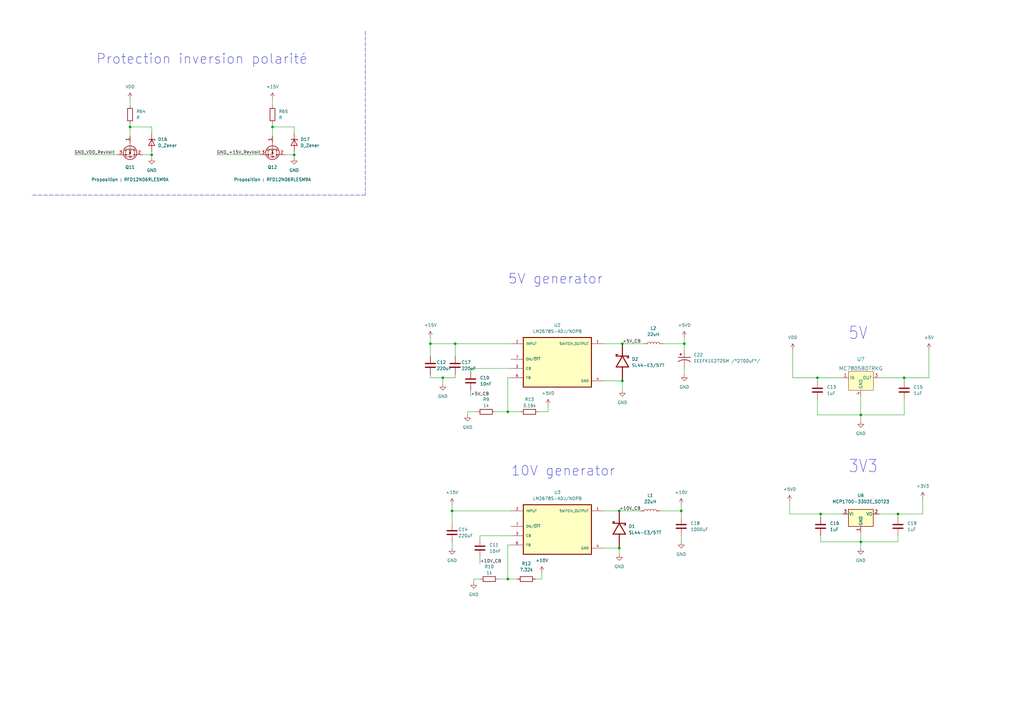
<source format=kicad_sch>
(kicad_sch (version 20211123) (generator eeschema)
  (paper "A3")
  (title_block (title "Carte Actionneur") (date "2022-03-20") (rev "V4.1") (company "AstroMonkeys"))
  (lib_symbols
    (symbol "Device:C" (pin_numbers hide) (pin_names (offset 0.254))
      (property "Reference" "C" (at 0.635 2.54 0))
      (property "Value" "C" (at 0.635 -2.54 0))
      (symbol "C_0_1"
        (polyline (pts (xy -2.032 -0.762) (xy 2.032 -0.762)) (stroke (width 0.508)))
        (polyline (pts (xy -2.032 0.762) (xy 2.032 0.762)) (stroke (width 0.508)))
      )
      (symbol "C_1_1"
        (pin passive line (at 0 3.81 270) (length 2.794) (name "~") (number "1"))
        (pin passive line (at 0 -3.81 90) (length 2.794) (name "~") (number "2"))
      )
    )
    (symbol "Device:D_Zener" (pin_numbers hide) (pin_names (offset 1.016) hide)
      (property "Reference" "D" (at 0 2.54 0))
      (property "Value" "D_Zener" (at 0 -2.54 0))
      (symbol "D_Zener_0_1"
        (polyline (pts (xy 1.27 0) (xy -1.27 0)))
        (polyline (pts (xy -1.27 -1.27) (xy -1.27 1.27) (xy -0.762 1.27)) (stroke (width 0.254)))
        (polyline (pts (xy 1.27 -1.27) (xy 1.27 1.27) (xy -1.27 0) (xy 1.27 -1.27)) (stroke (width 0.254)))
      )
      (symbol "D_Zener_1_1"
        (pin passive line (at -3.81 0 0) (length 2.54) (name "K") (number "1"))
        (pin passive line (at 3.81 0 180) (length 2.54) (name "A") (number "2"))
      )
    )
    (symbol "Device:L" (pin_numbers hide) (pin_names (offset 1.016) hide)
      (property "Reference" "L" (at -1.27 0 90))
      (property "Value" "L" (at 1.905 0 90))
      (symbol "L_0_1"
        (arc (start 0 -2.54) (mid 0.635 -1.905) (end 0 -1.27))
        (arc (start 0 -1.27) (mid 0.635 -0.635) (end 0 0))
        (arc (start 0 0) (mid 0.635 0.635) (end 0 1.27))
        (arc (start 0 1.27) (mid 0.635 1.905) (end 0 2.54))
      )
      (symbol "L_1_1"
        (pin passive line (at 0 3.81 270) (length 1.27) (name "1") (number "1"))
        (pin passive line (at 0 -3.81 90) (length 1.27) (name "2") (number "2"))
      )
    )
    (symbol "Device:R" (pin_numbers hide) (pin_names (offset 0))
      (property "Reference" "R" (at 2.032 0 90))
      (property "Value" "R" (at 0 0 90))
      (symbol "R_0_1"
        (rectangle (start -1.016 -2.54) (end 1.016 2.54) (stroke (width 0.254)))
      )
      (symbol "R_1_1"
        (pin passive line (at 0 3.81 270) (length 1.27) (name "~") (number "1"))
        (pin passive line (at 0 -3.81 90) (length 1.27) (name "~") (number "2"))
      )
    )
    (symbol "EEEFK1E272SM:EEEFK1E272SM" (pin_numbers hide) (pin_names (offset 1.016) hide)
      (property "Reference" "C" (at -2.54 3.81 0))
      (property "Value" "EEEFK1E272SM" (at -2.54 -5.08 0))
      (symbol "EEEFK1E272SM_0_0"
        (rectangle (start -1.1684 -1.524) (end -0.2794 -1.397) (fill (type outline)))
        (rectangle (start -0.7874 -1.905) (end -0.6604 -1.016) (fill (type outline)))
        (polyline (pts (xy 0 0) (xy 0.508 0)) (stroke (width 0.1524)))
        (polyline (pts (xy 0.508 0) (xy 0.508 -2.54)) (stroke (width 0.254)))
        (polyline (pts (xy 0.508 2.54) (xy 0.508 0)) (stroke (width 0.254)))
        (polyline (pts (xy 2.54 0) (xy 1.524 0)) (stroke (width 0.1524)))
        (arc (start 2.286 2.54) (mid 1.486 0) (end 2.286 -2.54) (stroke (width 0.254)))
        (pin passive line (at -2.54 0 0) (length 2.54) (name "~") (number "1"))
        (pin passive line (at 5.08 0 180) (length 2.54) (name "~") (number "2"))
      )
    )
    (symbol "LM2678S-ADJ_NOPB:LM2678S-ADJ{slash}NOPB" (pin_names (offset 1.016))
      (property "Reference" "U" (at -10.16 11.1506 0))
      (property "Value" "LM2678S-ADJ{slash}NOPB" (at -17.78 -14.1478 0))
      (symbol "LM2678S-ADJ{slash}NOPB_0_0"
        (rectangle (start -10.16 10.16) (end 17.78 -10.16) (stroke (width 0.4064)) (fill (type background)))
        (pin output line (at 22.86 7.62 180) (length 5.08) (name "SWITCH_OUTPUT") (number "1"))
        (pin input line (at -15.24 7.62 0) (length 5.08) (name "INPUT") (number "2"))
        (pin bidirectional line (at -15.24 -2.54 0) (length 5.08) (name "CB") (number "3"))
        (pin power_in line (at 22.86 -7.62 180) (length 5.08) (name "GND") (number "4"))
        (pin input line (at -15.24 -6.35 0) (length 5.08) (name "FB") (number "6"))
        (pin input line (at -15.24 1.27 0) (length 5.08) (name "ON/~{OFF}") (number "7"))
      )
    )
    (symbol "Regulator_Linear:MCP1700-3302E_SOT23" (pin_names (offset 0.254))
      (property "Reference" "U" (at -3.81 3.175 0))
      (property "Value" "MCP1700-3302E_SOT23" (at 0 3.175 0))
      (symbol "MCP1700-3302E_SOT23_0_1"
        (rectangle (start -5.08 1.905) (end 5.08 -5.08) (stroke (width 0.254)) (fill (type background)))
      )
      (symbol "MCP1700-3302E_SOT23_1_1"
        (pin power_in line (at 0 -7.62 90) (length 2.54) (name "GND") (number "1"))
        (pin power_out line (at 7.62 0 180) (length 2.54) (name "VO") (number "2"))
        (pin power_in line (at -7.62 0 0) (length 2.54) (name "VI") (number "3"))
      )
    )
    (symbol "SL44-E3_57T:SL44-E3{slash}57T" (pin_numbers hide) (pin_names (offset 1.016) hide)
      (property "Reference" "D" (at -10.16 5.08 0))
      (property "Value" "SL44-E3{slash}57T" (at -10.1854 -7.6454 0))
      (symbol "SL44-E3{slash}57T_0_0"
        (polyline (pts (xy -7.62 0) (xy -1.905 0)) (stroke (width 0.4064)))
        (polyline (pts (xy -1.905 -2.54) (xy 2.54 0)) (stroke (width 0.4064)))
        (polyline (pts (xy -1.905 0) (xy -1.905 -2.54)) (stroke (width 0.4064)))
        (polyline (pts (xy -1.905 0) (xy -1.905 2.54)) (stroke (width 0.4064)))
        (polyline (pts (xy -1.905 2.54) (xy 2.54 0)) (stroke (width 0.4064)))
        (polyline (pts (xy 1.905 -2.54) (xy 1.905 -1.905)) (stroke (width 0.4064)))
        (polyline (pts (xy 2.54 -2.54) (xy 1.905 -2.54)) (stroke (width 0.4064)))
        (polyline (pts (xy 2.54 0) (xy 2.54 -2.54)) (stroke (width 0.4064)))
        (polyline (pts (xy 2.54 0) (xy 2.54 2.54)) (stroke (width 0.4064)))
        (polyline (pts (xy 2.54 0) (xy 7.62 0)) (stroke (width 0.4064)))
        (polyline (pts (xy 3.175 1.905) (xy 3.175 2.54)) (stroke (width 0.4064)))
        (polyline (pts (xy 3.175 2.54) (xy 2.54 2.54)) (stroke (width 0.4064)))
        (pin passive line (at -7.62 0 0) (length 5.08) (name "~") (number "A"))
        (pin passive line (at 7.62 0 180) (length 5.08) (name "~") (number "C"))
      )
    )
    (symbol "Transistor_FET:IRFS4127" (pin_names hide)
      (property "Reference" "Q" (at 5.08 1.905 0))
      (property "Value" "IRFS4127" (at 5.08 0 0))
      (symbol "IRFS4127_0_1"
        (polyline (pts (xy 0.254 0) (xy -2.54 0)))
        (polyline (pts (xy 0.254 1.905) (xy 0.254 -1.905)) (stroke (width 0.254)))
        (polyline (pts (xy 0.762 -1.27) (xy 0.762 -2.286)) (stroke (width 0.254)))
        (polyline (pts (xy 0.762 0.508) (xy 0.762 -0.508)) (stroke (width 0.254)))
        (polyline (pts (xy 0.762 2.286) (xy 0.762 1.27)) (stroke (width 0.254)))
        (polyline (pts (xy 2.54 2.54) (xy 2.54 1.778)))
        (polyline (pts (xy 2.54 -2.54) (xy 2.54 0) (xy 0.762 0)))
        (polyline (pts (xy 0.762 -1.778) (xy 3.302 -1.778) (xy 3.302 1.778) (xy 0.762 1.778)))
        (polyline (pts (xy 1.016 0) (xy 2.032 0.381) (xy 2.032 -0.381) (xy 1.016 0)) (fill (type outline)))
        (polyline (pts (xy 2.794 0.508) (xy 2.921 0.381) (xy 3.683 0.381) (xy 3.81 0.254)))
        (polyline (pts (xy 3.302 0.381) (xy 2.921 -0.254) (xy 3.683 -0.254) (xy 3.302 0.381)))
        (circle (center 1.651 0) (radius 2.794) (stroke (width 0.254)))
        (circle (center 2.54 -1.778) (radius 0.254) (fill (type outline)))
        (circle (center 2.54 1.778) (radius 0.254) (fill (type outline)))
      )
      (symbol "IRFS4127_1_1"
        (pin passive line (at -5.08 0 0) (length 2.54) (name "G") (number "1"))
        (pin passive line (at 2.54 5.08 270) (length 2.54) (name "D") (number "2"))
        (pin passive line (at 2.54 -5.08 90) (length 2.54) (name "S") (number "3"))
      )
    )
    (symbol "dk_PMIC-Voltage-Regulators-Linear:MC7805BDTRKG"
      (property "Reference" "U" (at 0 3.81 0))
      (property "Value" "MC7805BDTRKG" (at 0 6.35 0))
      (symbol "MC7805BDTRKG_0_1"
        (rectangle (start -5.08 2.54) (end 5.08 -5.08) (fill (type background)))
      )
      (symbol "MC7805BDTRKG_1_1"
        (pin input line (at -7.62 0 0) (length 2.54) (name "IN") (number "1"))
        (pin output line (at 7.62 0 180) (length 2.54) (name "OUT") (number "3"))
        (pin power_in line (at 0 -7.62 90) (length 2.54) (name "GND") (number "4"))
      )
    )
    (symbol "power:+10V" (power) (pin_names (offset 0))
      (property "Value" "+10V" (at 0 3.556 0))
      (symbol "+10V_0_1"
        (polyline (pts (xy -0.762 1.27) (xy 0 2.54)))
        (polyline (pts (xy 0 0) (xy 0 2.54)))
        (polyline (pts (xy 0 2.54) (xy 0.762 1.27)))
      )
      (symbol "+10V_1_1"
        (pin power_in line (at 0 0 90) (length 0) hide (name "+10V") (number "1"))
      )
    )
    (symbol "power:+15V" (power) (pin_names (offset 0))
      (property "Value" "+15V" (at 0 3.556 0))
      (symbol "+15V_0_1"
        (polyline (pts (xy -0.762 1.27) (xy 0 2.54)))
        (polyline (pts (xy 0 0) (xy 0 2.54)))
        (polyline (pts (xy 0 2.54) (xy 0.762 1.27)))
      )
      (symbol "+15V_1_1"
        (pin power_in line (at 0 0 90) (length 0) hide (name "+15V") (number "1"))
      )
    )
    (symbol "power:+3.3V" (power) (pin_names (offset 0))
      (property "Value" "+3.3V" (at 0 3.556 0))
      (symbol "+3.3V_0_1"
        (polyline (pts (xy -0.762 1.27) (xy 0 2.54)))
        (polyline (pts (xy 0 0) (xy 0 2.54)))
        (polyline (pts (xy 0 2.54) (xy 0.762 1.27)))
      )
      (symbol "+3.3V_1_1"
        (pin power_in line (at 0 0 90) (length 0) hide (name "+3V3") (number "1"))
      )
    )
    (symbol "power:+5V" (power) (pin_names (offset 0))
      (property "Value" "+5V" (at 0 3.556 0))
      (symbol "+5V_0_1"
        (polyline (pts (xy -0.762 1.27) (xy 0 2.54)))
        (polyline (pts (xy 0 0) (xy 0 2.54)))
        (polyline (pts (xy 0 2.54) (xy 0.762 1.27)))
      )
      (symbol "+5V_1_1"
        (pin power_in line (at 0 0 90) (length 0) hide (name "+5V") (number "1"))
      )
    )
    (symbol "power:+5VD" (power) (pin_names (offset 0))
      (property "Value" "+5VD" (at 0 3.556 0))
      (symbol "+5VD_0_1"
        (polyline (pts (xy -0.762 1.27) (xy 0 2.54)))
        (polyline (pts (xy 0 0) (xy 0 2.54)))
        (polyline (pts (xy 0 2.54) (xy 0.762 1.27)))
      )
      (symbol "+5VD_1_1"
        (pin power_in line (at 0 0 90) (length 0) hide (name "+5VD") (number "1"))
      )
    )
    (symbol "power:GND" (power) (pin_names (offset 0))
      (property "Value" "GND" (at 0 -3.81 0))
      (symbol "GND_0_1"
        (polyline (pts (xy 0 0) (xy 0 -1.27) (xy 1.27 -1.27) (xy 0 -2.54) (xy -1.27 -1.27) (xy 0 -1.27)))
      )
      (symbol "GND_1_1"
        (pin power_in line (at 0 0 270) (length 0) hide (name "GND") (number "1"))
      )
    )
    (symbol "power:VDD" (power) (pin_names (offset 0))
      (property "Value" "VDD" (at 0 3.81 0))
      (symbol "VDD_0_1"
        (polyline (pts (xy -0.762 1.27) (xy 0 2.54)))
        (polyline (pts (xy 0 0) (xy 0 2.54)))
        (polyline (pts (xy 0 2.54) (xy 0.762 1.27)))
      )
      (symbol "VDD_1_1"
        (pin power_in line (at 0 0 90) (length 0) hide (name "VDD") (number "1"))
      )
    )
  )
  (junction (at 255.27 156.21))
  (junction (at 368.3 210.82))
  (junction (at 208.28 237.49))
  (junction (at 255.27 140.97))
  (junction (at 279.4 209.55))
  (junction (at 185.42 209.55))
  (junction (at 111.76 52.07))
  (junction (at 370.84 154.94))
  (junction (at 335.28 154.94))
  (junction (at 353.06 222.25))
  (junction (at 120.65 63.5))
  (junction (at 280.67 140.97))
  (junction (at 353.06 170.18))
  (junction (at 53.34 52.07))
  (junction (at 186.69 140.97))
  (junction (at 336.55 210.82))
  (junction (at 176.53 140.97))
  (junction (at 208.28 168.91))
  (junction (at 254 224.79))
  (junction (at 181.61 154.94))
  (junction (at 254 209.55))
  (junction (at 62.23 63.5))
  (wire (pts (xy 111.76 52.07) (xy 111.76 55.88)))
  (wire (pts (xy 247.65 209.55) (xy 254 209.55)))
  (wire (pts (xy 270.51 209.55) (xy 279.4 209.55)))
  (wire (pts (xy 370.84 170.18) (xy 353.06 170.18)))
  (wire (pts (xy 378.46 204.47) (xy 378.46 210.82)))
  (wire (pts (xy 111.76 40.64) (xy 111.76 43.18)))
  (wire (pts (xy 336.55 219.71) (xy 336.55 222.25)))
  (wire (pts (xy 222.25 237.49) (xy 222.25 234.95)))
  (wire (pts (xy 336.55 210.82) (xy 345.44 210.82)))
  (wire (pts (xy 280.67 140.97) (xy 280.67 143.51)))
  (wire (pts (xy 247.65 224.79) (xy 254 224.79)))
  (wire (pts (xy 353.06 218.44) (xy 353.06 222.25)))
  (wire (pts (xy 353.06 170.18) (xy 353.06 172.72)))
  (wire (pts (xy 191.77 168.91) (xy 195.58 168.91)))
  (wire (pts (xy 193.04 160.02) (xy 193.04 162.56)))
  (wire (pts (xy 255.27 156.21) (xy 255.27 160.02)))
  (wire (pts (xy 280.67 151.13) (xy 280.67 153.67)))
  (wire (pts (xy 255.27 140.97) (xy 264.16 140.97)))
  (wire (pts (xy 353.06 222.25) (xy 353.06 224.79)))
  (wire (pts (xy 335.28 156.21) (xy 335.28 154.94)))
  (wire (pts (xy 224.79 166.37) (xy 224.79 168.91)))
  (wire (pts (xy 53.34 52.07) (xy 62.23 52.07)))
  (wire (pts (xy 53.34 40.64) (xy 53.34 43.18)))
  (wire (pts (xy 279.4 219.71) (xy 279.4 222.25)))
  (wire (pts (xy 120.65 63.5) (xy 120.65 64.77)))
  (wire (pts (xy 208.28 223.52) (xy 208.28 237.49)))
  (wire (pts (xy 368.3 222.25) (xy 353.06 222.25)))
  (wire (pts (xy 381 154.94) (xy 370.84 154.94)))
  (wire (pts (xy 209.55 223.52) (xy 208.28 223.52)))
  (wire (pts (xy 186.69 153.67) (xy 186.69 154.94)))
  (wire (pts (xy 323.85 210.82) (xy 336.55 210.82)))
  (wire (pts (xy 247.65 140.97) (xy 255.27 140.97)))
  (polyline (pts (xy 149.86 80.01) (xy 12.7 80.01)))
  (wire (pts (xy 335.28 170.18) (xy 353.06 170.18)))
  (wire (pts (xy 111.76 50.8) (xy 111.76 52.07)))
  (wire (pts (xy 111.76 52.07) (xy 120.65 52.07)))
  (wire (pts (xy 176.53 146.05) (xy 176.53 140.97)))
  (wire (pts (xy 116.84 63.5) (xy 120.65 63.5)))
  (wire (pts (xy 378.46 210.82) (xy 368.3 210.82)))
  (wire (pts (xy 203.2 168.91) (xy 208.28 168.91)))
  (wire (pts (xy 62.23 63.5) (xy 62.23 64.77)))
  (wire (pts (xy 176.53 138.43) (xy 176.53 140.97)))
  (wire (pts (xy 204.47 237.49) (xy 208.28 237.49)))
  (wire (pts (xy 120.65 54.61) (xy 120.65 52.07)))
  (wire (pts (xy 176.53 153.67) (xy 176.53 154.94)))
  (wire (pts (xy 247.65 156.21) (xy 255.27 156.21)))
  (wire (pts (xy 58.42 63.5) (xy 62.23 63.5)))
  (wire (pts (xy 279.4 209.55) (xy 279.4 212.09)))
  (wire (pts (xy 325.12 143.51) (xy 325.12 154.94)))
  (wire (pts (xy 271.78 140.97) (xy 280.67 140.97)))
  (wire (pts (xy 53.34 50.8) (xy 53.34 52.07)))
  (wire (pts (xy 208.28 237.49) (xy 212.09 237.49)))
  (wire (pts (xy 194.31 237.49) (xy 194.31 238.76)))
  (wire (pts (xy 381 143.51) (xy 381 154.94)))
  (wire (pts (xy 336.55 212.09) (xy 336.55 210.82)))
  (wire (pts (xy 254 209.55) (xy 262.89 209.55)))
  (wire (pts (xy 219.71 237.49) (xy 222.25 237.49)))
  (wire (pts (xy 209.55 154.94) (xy 208.28 154.94)))
  (wire (pts (xy 193.04 151.13) (xy 193.04 152.4)))
  (wire (pts (xy 370.84 156.21) (xy 370.84 154.94)))
  (wire (pts (xy 88.9 63.5) (xy 106.68 63.5)))
  (wire (pts (xy 186.69 140.97) (xy 186.69 146.05)))
  (wire (pts (xy 196.85 237.49) (xy 194.31 237.49)))
  (wire (pts (xy 185.42 209.55) (xy 185.42 214.63)))
  (wire (pts (xy 181.61 154.94) (xy 176.53 154.94)))
  (wire (pts (xy 208.28 168.91) (xy 213.36 168.91)))
  (wire (pts (xy 62.23 63.5) (xy 62.23 62.23)))
  (wire (pts (xy 335.28 163.83) (xy 335.28 170.18)))
  (wire (pts (xy 176.53 140.97) (xy 186.69 140.97)))
  (wire (pts (xy 53.34 52.07) (xy 53.34 55.88)))
  (wire (pts (xy 368.3 212.09) (xy 368.3 210.82)))
  (wire (pts (xy 186.69 154.94) (xy 181.61 154.94)))
  (wire (pts (xy 191.77 168.91) (xy 191.77 170.18)))
  (wire (pts (xy 30.48 63.5) (xy 48.26 63.5)))
  (wire (pts (xy 280.67 138.43) (xy 280.67 140.97)))
  (wire (pts (xy 360.68 210.82) (xy 368.3 210.82)))
  (wire (pts (xy 62.23 54.61) (xy 62.23 52.07)))
  (wire (pts (xy 220.98 168.91) (xy 224.79 168.91)))
  (wire (pts (xy 368.3 219.71) (xy 368.3 222.25)))
  (wire (pts (xy 279.4 207.01) (xy 279.4 209.55)))
  (wire (pts (xy 185.42 222.25) (xy 185.42 224.79)))
  (wire (pts (xy 336.55 222.25) (xy 353.06 222.25)))
  (wire (pts (xy 196.85 228.6) (xy 196.85 231.14)))
  (wire (pts (xy 186.69 140.97) (xy 209.55 140.97)))
  (wire (pts (xy 360.68 154.94) (xy 370.84 154.94)))
  (wire (pts (xy 335.28 154.94) (xy 345.44 154.94)))
  (wire (pts (xy 120.65 63.5) (xy 120.65 62.23)))
  (wire (pts (xy 209.55 209.55) (xy 185.42 209.55)))
  (wire (pts (xy 325.12 154.94) (xy 335.28 154.94)))
  (wire (pts (xy 181.61 154.94) (xy 181.61 157.48)))
  (wire (pts (xy 196.85 220.98) (xy 196.85 219.71)))
  (wire (pts (xy 208.28 154.94) (xy 208.28 168.91)))
  (wire (pts (xy 353.06 162.56) (xy 353.06 170.18)))
  (wire (pts (xy 370.84 163.83) (xy 370.84 170.18)))
  (polyline (pts (xy 149.86 12.7) (xy 149.86 80.01)))
  (wire (pts (xy 185.42 207.01) (xy 185.42 209.55)))
  (wire (pts (xy 254 224.79) (xy 254 227.33)))
  (wire (pts (xy 209.55 151.13) (xy 193.04 151.13)))
  (wire (pts (xy 196.85 219.71) (xy 209.55 219.71)))
  (wire (pts (xy 323.85 205.74) (xy 323.85 210.82)))
  (text "10V generator\n" (at 209.55 195.58 0) (effects (font (size 4 4)) (justify left bottom)))
  (text "5V" (at 347.98 139.7 180) (effects (font (size 5.08 4.318)) (justify left bottom)))
  (text "3V3" (at 347.98 194.31 180) (effects (font (size 5.08 4.318)) (justify left bottom)))
  (text "Protection inversion polarité\n" (at 39.37 26.67 180) (effects (font (size 4 4)) (justify left bottom)))
  (text "5V generator\n" (at 208.28 116.84 0) (effects (font (size 4 4)) (justify left bottom)))
  (label "GND_+15V_RevVolt" (at 88.9 63.5 0))
  (label "GND_VDD_RevVolt" (at 30.48 63.5 0))
  (label "+5V_CB" (at 255.27 140.97 0))
  (label "+10V_CB" (at 254 209.55 0))
  (label "+5V_CB" (at 193.04 162.56 0))
  (label "+10V_CB" (at 196.85 231.14 0))
  (symbol (lib_id "power:GND") (at 353.06 172.72 0) (unit 1)
    (property "Reference" "#PWR010" (effects hide))
    (property "Value" "GND" (at 353.06 177.8 0))
  )
  (symbol (lib_id "power:+5VD") (at 280.67 138.43 0) (unit 1)
    (property "Reference" "#PWR0116" (effects hide))
    (property "Value" "+5VD" (at 280.67 133.35 0))
  )
  (symbol (lib_id "Device:C") (at 279.4 215.9 0) (unit 1)
    (property "Reference" "C18" (at 283.21 214.6299 0) (effects (justify left)))
    (property "Value" "1000uF" (at 283.21 217.1699 0) (effects (justify left)))
    (property "Footprint" "Capacitor_SMD:C_Elec_8x10.2" (effects hide))
  )
  (symbol (lib_id "power:+3.3V") (at 378.46 204.47 0) (unit 1)
    (property "Reference" "#PWR0113" (effects hide))
    (property "Value" "+3.3V" (at 378.46 199.39 0))
  )
  (symbol (lib_id "Device:L") (at 266.7 209.55 90) (unit 1)
    (property "Reference" "L1" (at 266.7 203.2 90))
    (property "Value" "22uH" (at 266.7 205.74 90))
    (property "Footprint" "Inductor_SMD:L_12x12mm_H8mm" (effects hide))
    (property "Ref" "744770122" (effects hide))
  )
  (symbol (lib_id "power:GND") (at 254 227.33 0) (unit 1)
    (property "Reference" "#PWR05" (effects hide))
    (property "Value" "GND" (at 254 232.41 0))
  )
  (symbol (lib_id "power:GND") (at 191.77 170.18 0) (unit 1)
    (property "Reference" "#PWR03" (effects hide))
    (property "Value" "GND" (at 191.77 175.26 0))
  )
  (symbol (lib_id "Device:C") (at 186.69 149.86 0) (unit 1)
    (property "Reference" "C17" (at 189.23 148.59 0) (effects (justify left)))
    (property "Value" "220uF" (at 189.23 151.13 0) (effects (justify left)))
    (property "Footprint" "Capacitor_SMD:C_Elec_6.3x7.7" (effects hide))
  )
  (symbol (lib_id "power:+10V") (at 279.4 207.01 0) (unit 1)
    (property "Reference" "#PWR0117" (effects hide))
    (property "Value" "+10V" (at 279.4 201.93 0))
  )
  (symbol (lib_id "Device:C") (at 370.84 160.02 0) (unit 1)
    (property "Reference" "C15" (at 374.65 158.7499 0) (effects (justify left)))
    (property "Value" "1uF" (at 374.65 161.2899 0) (effects (justify left)))
    (property "Footprint" "Capacitor_SMD:C_0805_2012Metric" (effects hide))
  )
  (symbol (lib_id "power:+10V") (at 222.25 234.95 0) (unit 1)
    (property "Reference" "#PWR0114" (effects hide))
    (property "Value" "+10V" (at 222.25 229.87 0))
  )
  (symbol (lib_id "power:+15V") (at 111.76 40.64 0) (unit 1)
    (property "Reference" "#PWR0170" (effects hide))
    (property "Value" "+15V" (at 111.76 35.56 0))
  )
  (symbol (lib_id "Regulator_Linear:MCP1700-3302E_SOT23") (at 353.06 210.82 0) (unit 1)
    (property "Reference" "U6" (at 353.06 203.2 0))
    (property "Value" "MCP1700-3302E_SOT23" (at 353.06 205.74 0))
    (property "Footprint" "Package_TO_SOT_SMD:SOT-23" (effects hide))
    (property "Datasheet" "http://ww1.microchip.com/downloads/en/DeviceDoc/20001826D.pdf" (effects hide))
  )
  (symbol (lib_id "Device:C") (at 185.42 218.44 0) (unit 1)
    (property "Reference" "C14" (at 187.96 217.17 0) (effects (justify left)))
    (property "Value" "220uF" (at 187.96 219.71 0) (effects (justify left)))
    (property "Footprint" "Capacitor_SMD:C_Elec_6.3x7.7" (effects hide))
  )
  (symbol (lib_id "LM2678S-ADJ_NOPB:LM2678S-ADJ{slash}NOPB") (at 224.79 217.17 0) (unit 1)
    (property "Reference" "U3" (at 228.6 201.93 0))
    (property "Value" "LM2678S-ADJ/NOPB" (at 228.6 204.47 0))
    (property "Footprint" "TO127P1435X464-8N" (effects hide))
  )
  (symbol (lib_id "Device:C") (at 196.85 224.79 0) (unit 1)
    (property "Reference" "C11" (at 200.66 223.5199 0) (effects (justify left)))
    (property "Value" "10nF" (at 200.66 226.0599 0) (effects (justify left)))
    (property "Footprint" "Capacitor_SMD:C_0805_2012Metric" (effects hide))
  )
  (symbol (lib_id "power:GND") (at 194.31 238.76 0) (unit 1)
    (property "Reference" "#PWR04" (effects hide))
    (property "Value" "GND" (at 194.31 243.84 0))
  )
  (symbol (lib_id "Device:C") (at 193.04 156.21 0) (unit 1)
    (property "Reference" "C10" (at 196.85 154.9399 0) (effects (justify left)))
    (property "Value" "10nF" (at 196.85 157.4799 0) (effects (justify left)))
    (property "Footprint" "Capacitor_SMD:C_0805_2012Metric" (effects hide))
  )
  (symbol (lib_id "Device:C") (at 368.3 215.9 0) (unit 1)
    (property "Reference" "C19" (at 372.11 214.6299 0) (effects (justify left)))
    (property "Value" "1uF" (at 372.11 217.1699 0) (effects (justify left)))
    (property "Footprint" "Capacitor_SMD:C_0805_2012Metric" (effects hide))
  )
  (symbol (lib_id "power:+15V") (at 185.42 207.01 0) (unit 1)
    (property "Reference" "#PWR0115" (effects hide))
    (property "Value" "+15V" (at 185.42 201.93 0))
  )
  (symbol (lib_id "power:GND") (at 120.65 64.77 0) (unit 1)
    (property "Reference" "#PWR0168" (effects hide))
    (property "Value" "GND" (at 120.65 69.85 0))
  )
  (symbol (lib_id "power:GND") (at 255.27 160.02 0) (unit 1)
    (property "Reference" "#PWR06" (effects hide))
    (property "Value" "GND" (at 255.27 165.1 0))
  )
  (symbol (lib_id "Transistor_FET:IRFS4127") (at 111.76 60.96 270) (unit 1)
    (property "Reference" "Q12" (at 111.76 68.58 90))
    (property "Value" "Proposition : RFD12N06RLESM9A" (at 111.76 73.66 90))
    (property "Footprint" "Package_TO_SOT_SMD:TO-263-2" (effects hide))
    (property "Datasheet" "https://www.infineon.com/dgdl/irfs4127pbf.pdf?fileId=5546d462533600a401535636ee7b2192" (effects hide))
  )
  (symbol (lib_id "power:GND") (at 62.23 64.77 0) (unit 1)
    (property "Reference" "#PWR0167" (effects hide))
    (property "Value" "GND" (at 62.23 69.85 0))
  )
  (symbol (lib_id "power:GND") (at 280.67 153.67 0) (unit 1)
    (property "Reference" "#PWR08" (effects hide))
    (property "Value" "GND" (at 280.67 158.75 0))
  )
  (symbol (lib_id "Device:L") (at 267.97 140.97 90) (unit 1)
    (property "Reference" "L2" (at 267.97 134.62 90))
    (property "Value" "22uH" (at 267.97 137.16 90))
    (property "Footprint" "Inductor_SMD:L_12x12mm_H8mm" (effects hide))
    (property "Ref" "744770122" (effects hide))
  )
  (symbol (lib_id "Device:R") (at 111.76 46.99 0) (unit 1)
    (property "Reference" "R65" (at 114.3 45.7199 0) (effects (justify left)))
    (property "Value" "R" (at 114.3 48.2599 0) (effects (justify left)))
    (property "Footprint" "Resistor_SMD:R_0805_2012Metric" (effects hide))
  )
  (symbol (lib_id "power:VDD") (at 53.34 40.64 0) (unit 1)
    (property "Reference" "#PWR0169" (effects hide))
    (property "Value" "VDD" (at 53.34 35.56 0))
  )
  (symbol (lib_id "power:+5VD") (at 323.85 205.74 0) (unit 1)
    (property "Reference" "#PWR0178" (effects hide))
    (property "Value" "+5VD" (at 323.85 200.66 0))
  )
  (symbol (lib_id "power:+5VD") (at 224.79 166.37 0) (unit 1)
    (property "Reference" "#PWR0111" (effects hide))
    (property "Value" "+5VD" (at 224.79 161.29 0))
  )
  (symbol (lib_id "LM2678S-ADJ_NOPB:LM2678S-ADJ{slash}NOPB") (at 224.79 148.59 0) (unit 1)
    (property "Reference" "U2" (at 228.6 133.35 0))
    (property "Value" "LM2678S-ADJ/NOPB" (at 228.6 135.89 0))
    (property "Footprint" "TO127P1435X464-8N" (effects hide))
  )
  (symbol (lib_id "Device:C") (at 335.28 160.02 0) (unit 1)
    (property "Reference" "C13" (at 339.09 158.7499 0) (effects (justify left)))
    (property "Value" "1uF" (at 339.09 161.2899 0) (effects (justify left)))
    (property "Footprint" "Capacitor_SMD:C_0805_2012Metric" (effects hide))
  )
  (symbol (lib_id "power:VDD") (at 325.12 143.51 0) (unit 1)
    (property "Reference" "#PWR09" (effects hide))
    (property "Value" "VDD" (at 325.12 138.43 0))
  )
  (symbol (lib_id "Device:D_Zener") (at 120.65 58.42 270) (unit 1)
    (property "Reference" "D17" (at 123.19 57.1499 90) (effects (justify left)))
    (property "Value" "D_Zener" (at 123.19 59.6899 90) (effects (justify left)))
    (property "Footprint" "Diode_SMD:D_SMA" (effects hide))
  )
  (symbol (lib_id "SL44-E3_57T:SL44-E3{slash}57T") (at 254 217.17 90) (unit 1)
    (property "Reference" "D1" (at 257.81 215.8999 90) (effects (justify right)))
    (property "Value" "SL44-E3/57T" (at 257.81 218.4399 90) (effects (justify right)))
    (property "Footprint" "DIOM7959X262N" (effects hide))
  )
  (symbol (lib_id "dk_PMIC-Voltage-Regulators-Linear:MC7805BDTRKG") (at 353.06 154.94 0) (unit 1)
    (property "Reference" "U7" (at 353.06 147.32 0) (effects (font (size 1.524 1.524))))
    (property "Value" "MC7805BDTRKG" (at 353.06 151.13 0) (effects (font (size 1.524 1.524))))
    (property "Footprint" "digikey-footprints:TO-252-3" (effects hide))
    (property "Datasheet" "http://www.onsemi.com/pub/Collateral/MC7800-D.PDF" (effects hide))
    (property "Digi-Key_PN" "MC7805BDTRKGOSCT-ND" (effects hide))
    (property "MPN" "MC7805BDTRKG" (effects hide))
    (property "Category" "Integrated Circuits (ICs)" (effects hide))
    (property "Family" "PMIC - Voltage Regulators - Linear" (effects hide))
    (property "DK_Datasheet_Link" "http://www.onsemi.com/pub/Collateral/MC7800-D.PDF" (effects hide))
    (property "DK_Detail_Page" "/product-detail/en/on-semiconductor/MC7805BDTRKG/MC7805BDTRKGOSCT-ND/1139742" (effects hide))
    (property "Description" "IC REG LINEAR 5V 1A DPAK" (effects hide))
    (property "Manufacturer" "ON Semiconductor" (effects hide))
    (property "Status" "Active" (effects hide))
  )
  (symbol (lib_id "Device:R") (at 53.34 46.99 0) (unit 1)
    (property "Reference" "R64" (at 55.88 45.7199 0) (effects (justify left)))
    (property "Value" "R" (at 55.88 48.2599 0) (effects (justify left)))
    (property "Footprint" "Resistor_SMD:R_0805_2012Metric" (effects hide))
  )
  (symbol (lib_id "Device:R") (at 199.39 168.91 90) (unit 1)
    (property "Reference" "R9" (at 199.39 163.83 90))
    (property "Value" "1k" (at 199.39 166.37 90))
    (property "Footprint" "Resistor_SMD:R_0805_2012Metric" (effects hide))
  )
  (symbol (lib_id "power:+5V") (at 381 143.51 0) (unit 1)
    (property "Reference" "#PWR012" (effects hide))
    (property "Value" "+5V" (at 381 138.43 0))
  )
  (symbol (lib_id "Device:R") (at 200.66 237.49 90) (unit 1)
    (property "Reference" "R10" (at 200.66 232.41 90))
    (property "Value" "1k" (at 200.66 234.95 90))
    (property "Footprint" "Resistor_SMD:R_0805_2012Metric" (effects hide))
  )
  (symbol (lib_id "SL44-E3_57T:SL44-E3{slash}57T") (at 255.27 148.59 90) (unit 1)
    (property "Reference" "D2" (at 259.08 147.3199 90) (effects (justify right)))
    (property "Value" "SL44-E3/57T" (at 259.08 149.8599 90) (effects (justify right)))
    (property "Footprint" "DIOM7959X262N" (effects hide))
  )
  (symbol (lib_id "power:+15V") (at 176.53 138.43 0) (unit 1)
    (property "Reference" "#PWR0112" (effects hide))
    (property "Value" "+15V" (at 176.53 133.35 0))
  )
  (symbol (lib_id "EEEFK1E272SM:EEEFK1E272SM") (at 280.67 146.05 270) (unit 1)
    (property "Reference" "C22" (at 284.48 145.5038 90) (effects (justify left)))
    (property "Value" "EEEFK1E272SM /*2700uF*/" (at 284.48 148.0438 90) (effects (justify left)))
    (property "Footprint" "CAP_EEEFK1E272SM" (effects hide))
    (property "Datasheet" "https://industrial.panasonic.com/cdbs/www-data/pdf/RDE0000/ABA0000C1247.pdf" (effects hide))
    (property "MANUFACTURER" "Panasonic" (effects hide))
    (property "PARTREV" "10-Oct-19" (effects hide))
    (property "MAXIMUM_PACKAGE_HEIGHT" "16.5mm" (effects hide))
    (property "STANDARD" "Manufacturer Recommendations" (effects hide))
  )
  (symbol (lib_id "Device:R") (at 215.9 237.49 90) (unit 1)
    (property "Reference" "R12" (at 215.9 231.14 90))
    (property "Value" "7.32k" (at 215.9 233.68 90))
    (property "Footprint" "Resistor_SMD:R_0805_2012Metric" (effects hide))
  )
  (symbol (lib_id "power:GND") (at 185.42 224.79 0) (unit 1)
    (property "Reference" "#PWR02" (effects hide))
    (property "Value" "GND" (at 185.42 229.87 0))
  )
  (symbol (lib_id "Device:R") (at 217.17 168.91 90) (unit 1)
    (property "Reference" "R13" (at 217.17 163.83 90))
    (property "Value" "3.16k" (at 217.17 166.37 90))
    (property "Footprint" "Resistor_SMD:R_0805_2012Metric" (effects hide))
  )
  (symbol (lib_id "Device:D_Zener") (at 62.23 58.42 270) (unit 1)
    (property "Reference" "D16" (at 64.77 57.1499 90) (effects (justify left)))
    (property "Value" "D_Zener" (at 64.77 59.6899 90) (effects (justify left)))
    (property "Footprint" "Diode_SMD:D_SMA" (effects hide))
  )
  (symbol (lib_id "Transistor_FET:IRFS4127") (at 53.34 60.96 270) (unit 1)
    (property "Reference" "Q11" (at 53.34 68.58 90))
    (property "Value" "Proposition : RFD12N06RLESM9A" (at 53.34 73.66 90))
    (property "Footprint" "Package_TO_SOT_SMD:TO-263-2" (effects hide))
    (property "Datasheet" "https://www.infineon.com/dgdl/irfs4127pbf.pdf?fileId=5546d462533600a401535636ee7b2192" (effects hide))
  )
  (symbol (lib_id "power:GND") (at 279.4 222.25 0) (unit 1)
    (property "Reference" "#PWR07" (effects hide))
    (property "Value" "GND" (at 279.4 227.33 0))
  )
  (symbol (lib_id "power:GND") (at 353.06 224.79 0) (unit 1)
    (property "Reference" "#PWR011" (effects hide))
    (property "Value" "GND" (at 353.06 229.87 0))
  )
  (symbol (lib_id "Device:C") (at 176.53 149.86 0) (unit 1)
    (property "Reference" "C12" (at 179.07 148.59 0) (effects (justify left)))
    (property "Value" "220uF" (at 179.07 151.13 0) (effects (justify left)))
    (property "Footprint" "Capacitor_SMD:C_Elec_6.3x7.7" (effects hide))
  )
  (symbol (lib_id "power:GND") (at 181.61 157.48 0) (unit 1)
    (property "Reference" "#PWR01" (effects hide))
    (property "Value" "GND" (at 181.61 162.56 0))
  )
  (symbol (lib_id "Device:C") (at 336.55 215.9 0) (unit 1)
    (property "Reference" "C16" (at 340.36 214.6299 0) (effects (justify left)))
    (property "Value" "1uF" (at 340.36 217.1699 0) (effects (justify left)))
    (property "Footprint" "Capacitor_SMD:C_0805_2012Metric" (effects hide))
  )
)
</source>
